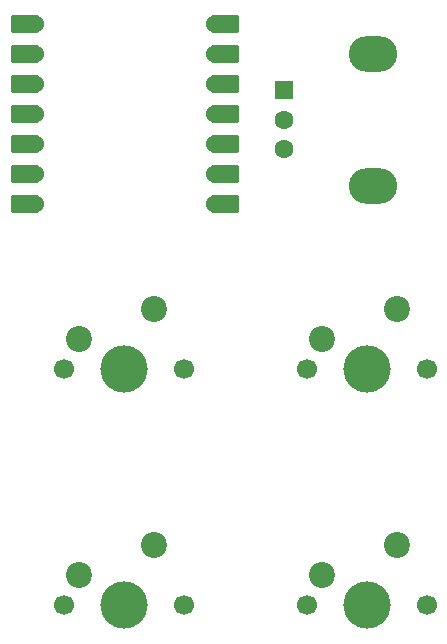
<source format=gbr>
%TF.GenerationSoftware,KiCad,Pcbnew,8.0.9*%
%TF.CreationDate,2025-02-20T23:26:22+01:00*%
%TF.ProjectId,untitled,756e7469-746c-4656-942e-6b696361645f,rev?*%
%TF.SameCoordinates,Original*%
%TF.FileFunction,Soldermask,Top*%
%TF.FilePolarity,Negative*%
%FSLAX46Y46*%
G04 Gerber Fmt 4.6, Leading zero omitted, Abs format (unit mm)*
G04 Created by KiCad (PCBNEW 8.0.9) date 2025-02-20 23:26:22*
%MOMM*%
%LPD*%
G01*
G04 APERTURE LIST*
G04 Aperture macros list*
%AMRoundRect*
0 Rectangle with rounded corners*
0 $1 Rounding radius*
0 $2 $3 $4 $5 $6 $7 $8 $9 X,Y pos of 4 corners*
0 Add a 4 corners polygon primitive as box body*
4,1,4,$2,$3,$4,$5,$6,$7,$8,$9,$2,$3,0*
0 Add four circle primitives for the rounded corners*
1,1,$1+$1,$2,$3*
1,1,$1+$1,$4,$5*
1,1,$1+$1,$6,$7*
1,1,$1+$1,$8,$9*
0 Add four rect primitives between the rounded corners*
20,1,$1+$1,$2,$3,$4,$5,0*
20,1,$1+$1,$4,$5,$6,$7,0*
20,1,$1+$1,$6,$7,$8,$9,0*
20,1,$1+$1,$8,$9,$2,$3,0*%
G04 Aperture macros list end*
%ADD10C,1.700000*%
%ADD11C,4.000000*%
%ADD12C,2.200000*%
%ADD13RoundRect,0.250000X-0.550000X-0.550000X0.550000X-0.550000X0.550000X0.550000X-0.550000X0.550000X0*%
%ADD14C,1.600000*%
%ADD15O,4.100000X3.000000*%
%ADD16RoundRect,0.152400X1.063600X0.609600X-1.063600X0.609600X-1.063600X-0.609600X1.063600X-0.609600X0*%
%ADD17C,1.524000*%
%ADD18RoundRect,0.152400X-1.063600X-0.609600X1.063600X-0.609600X1.063600X0.609600X-1.063600X0.609600X0*%
G04 APERTURE END LIST*
D10*
%TO.C,REF\u002A\u002A*%
X165380000Y-101080000D03*
D11*
X170460000Y-101080000D03*
D10*
X175540000Y-101080000D03*
D12*
X173000000Y-96000000D03*
X166650000Y-98540000D03*
%TD*%
D10*
%TO.C,REF\u002A\u002A*%
X144880000Y-101080000D03*
D11*
X149960000Y-101080000D03*
D10*
X155040000Y-101080000D03*
D12*
X152500000Y-96000000D03*
X146150000Y-98540000D03*
%TD*%
D10*
%TO.C,REF\u002A\u002A*%
X165380000Y-81080000D03*
D11*
X170460000Y-81080000D03*
D10*
X175540000Y-81080000D03*
D12*
X173000000Y-76000000D03*
X166650000Y-78540000D03*
%TD*%
D13*
%TO.C,REF\u002A\u002A*%
X163500000Y-57500000D03*
D14*
X163500000Y-62500000D03*
X163500000Y-60000000D03*
D15*
X171000000Y-54400000D03*
X171000000Y-65600000D03*
%TD*%
D16*
%TO.C,REF\u002A\u002A*%
X141545000Y-51880000D03*
D17*
X142380000Y-51880000D03*
D16*
X141545000Y-54420000D03*
D17*
X142380000Y-54420000D03*
D16*
X141545000Y-56960000D03*
D17*
X142380000Y-56960000D03*
D16*
X141545000Y-59500000D03*
D17*
X142380000Y-59500000D03*
D16*
X141545000Y-62040000D03*
D17*
X142380000Y-62040000D03*
D16*
X141545000Y-64580000D03*
D17*
X142380000Y-64580000D03*
D16*
X141545000Y-67120000D03*
D17*
X142380000Y-67120000D03*
X157620000Y-67120000D03*
D18*
X158455000Y-67120000D03*
D17*
X157620000Y-64580000D03*
D18*
X158455000Y-64580000D03*
D17*
X157620000Y-62040000D03*
D18*
X158455000Y-62040000D03*
D17*
X157620000Y-59500000D03*
D18*
X158455000Y-59500000D03*
D17*
X157620000Y-56960000D03*
D18*
X158455000Y-56960000D03*
D17*
X157620000Y-54420000D03*
D18*
X158455000Y-54420000D03*
D17*
X157620000Y-51880000D03*
D18*
X158455000Y-51880000D03*
%TD*%
D10*
%TO.C,REF\u002A\u002A*%
X144880000Y-81080000D03*
D11*
X149960000Y-81080000D03*
D10*
X155040000Y-81080000D03*
D12*
X152500000Y-76000000D03*
X146150000Y-78540000D03*
%TD*%
M02*

</source>
